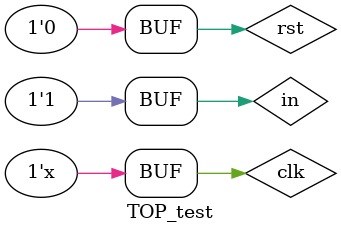
<source format=v>
`timescale 1ns / 1ps

module TOP_test();
    reg clk, rst, in;
    wire [1:0] mode, signal;

    ModeFSM ModeFSM(
        .clk(clk),
        .rst(rst),
        .in(in),
        .mode(mode),
        .signal(signal)
    );

    initial begin
        clk = 1'b0;
        rst = 1'b1;
        in = 1'b1;
        #8 rst = 1'b0;
    end

    always begin
        #10 clk = ~clk;
    end

endmodule

</source>
